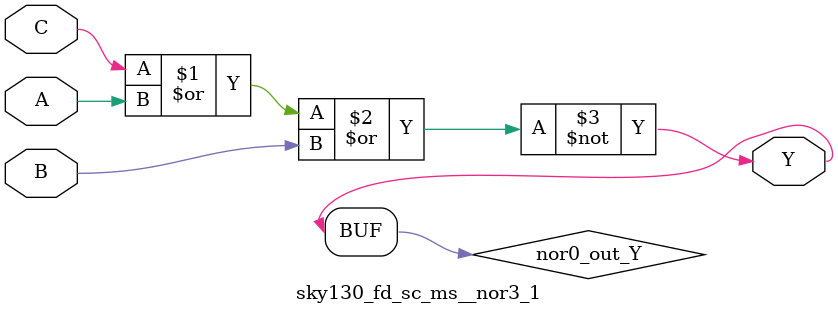
<source format=v>
/*
 * Copyright 2020 The SkyWater PDK Authors
 *
 * Licensed under the Apache License, Version 2.0 (the "License");
 * you may not use this file except in compliance with the License.
 * You may obtain a copy of the License at
 *
 *     https://www.apache.org/licenses/LICENSE-2.0
 *
 * Unless required by applicable law or agreed to in writing, software
 * distributed under the License is distributed on an "AS IS" BASIS,
 * WITHOUT WARRANTIES OR CONDITIONS OF ANY KIND, either express or implied.
 * See the License for the specific language governing permissions and
 * limitations under the License.
 *
 * SPDX-License-Identifier: Apache-2.0
*/


`ifndef SKY130_FD_SC_MS__NOR3_1_FUNCTIONAL_V
`define SKY130_FD_SC_MS__NOR3_1_FUNCTIONAL_V

/**
 * nor3: 3-input NOR.
 *
 *       Y = !(A | B | C | !D)
 *
 * Verilog simulation functional model.
 */

`timescale 1ns / 1ps
`default_nettype none

`celldefine
module sky130_fd_sc_ms__nor3_1 (
    Y,
    A,
    B,
    C
);

    // Module ports
    output Y;
    input  A;
    input  B;
    input  C;

    // Local signals
    wire nor0_out_Y;

    //  Name  Output      Other arguments
    nor nor0 (nor0_out_Y, C, A, B        );
    buf buf0 (Y         , nor0_out_Y     );

endmodule
`endcelldefine

`default_nettype wire
`endif  // SKY130_FD_SC_MS__NOR3_1_FUNCTIONAL_V

</source>
